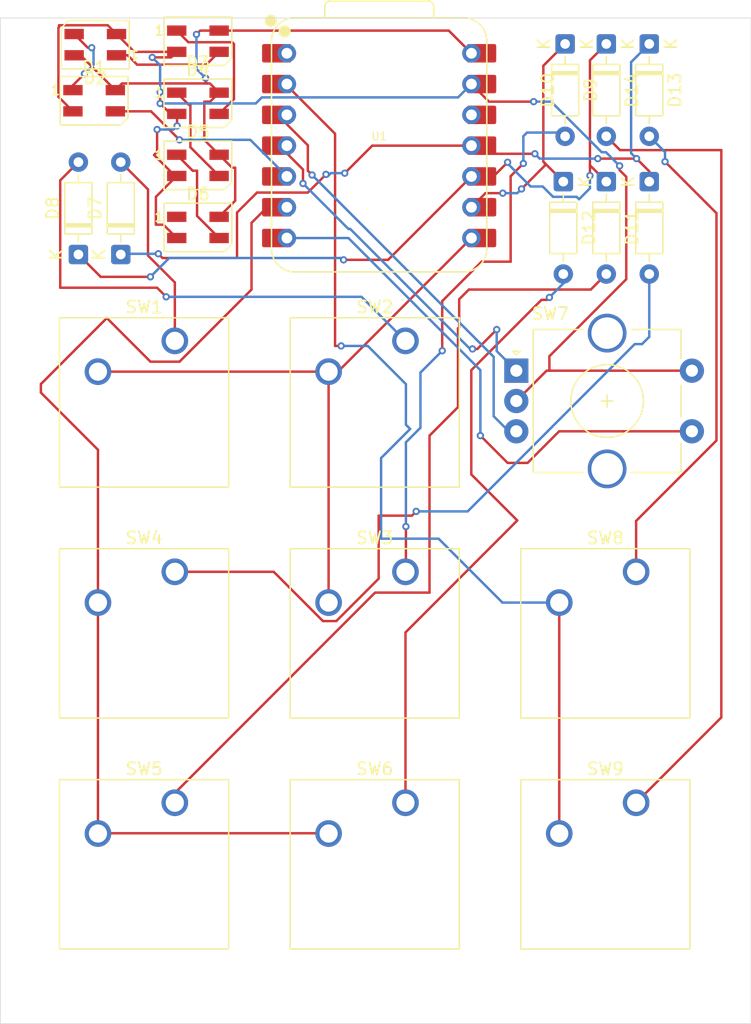
<source format=kicad_pcb>
(kicad_pcb (version 20241229) (generator "pcbnew") (generator_version "9.0")
  (layers (0 "F.Cu" signal) (2 "B.Cu" signal) (13 "F.Paste" user) (15 "B.Paste" user) (5 "F.SilkS" user "F.Silkscreen") (7 "B.SilkS" user "B.Silkscreen") (1 "F.Mask" user) (3 "B.Mask" user) (25 "Edge.Cuts" user))
  (net 0 "")
  (net 1 "+5V")
  (net 2 "GND")
  (net 3 "Net-(D1-DIN)")
  (net 4 "Net-(D1-DOUT)")
  (net 5 "Net-(D2-DOUT)")
  (net 6 "Net-(D3-DOUT)")
  (net 7 "Net-(D4-DOUT)")
  (net 8 "Net-(D5-DOUT)")
  (net 9 "Net-(U1-GPIO1{slash}RX)")
  (net 12 "Net-(D10-K)")
  (net 13 "Net-(D13-A)")
  (net 14 "Net-(D7-A)")
  (net 15 "Net-(D8-A)")
  (net 17 "Net-(D11-K)")
  (net 18 "Net-(D9-A)")
  (net 19 "Net-(D12-K)")
  (net 20 "Net-(D10-A)")
  (net 21 "Net-(D11-A)")
  (net 22 "Net-(D12-A)")
  (net 23 "Net-(U1-GPIO7{slash}SCL)")
  (net 24 "Net-(U1-GPIO29{slash}ADC3{slash}A3)")
  (net 25 "Net-(U1-GPIO28{slash}ADC2{slash}A2)")
  (net 26 "Net-(U1-GPIO0{slash}TX)")
  (net 27 "Net-(D14-A)")
  (net 28 "Net-(U1-GPIO27{slash}ADC1{slash}A1)")
  (footprint "LED_SMD:LED_SK6812MINI_PLCC4_3.5x3.5mm_P1.75mm" (layer "F.Cu") (at 71.1225 51.165)
    (property "Reference" "D3" (at 0.0275 1.785 0) (layer "F.SilkS"))
    (property "Value" "SK6812MINI")
    (fp_text user "1" (at -3.2 -0.875 0) (layer "F.SilkS") (effects (font (size 0.8 0.8))))
    (pad "1" smd rect (at -1.75 -0.875) (size 1.6 0.85) (layers "F.Cu" "F.Mask" "F.Paste") (net 6 "Net-(D3-DOUT)"))
    (pad "2" smd rect (at -1.75 0.875) (size 1.6 0.85) (layers "F.Cu" "F.Mask" "F.Paste") (net 2 "GND"))
    (pad "3" smd rect (at 1.75 0.875) (size 1.6 0.85) (layers "F.Cu" "F.Mask" "F.Paste") (net 5 "Net-(D2-DOUT)"))
    (pad "4" smd rect (at 1.75 -0.875) (size 1.6 0.85) (layers "F.Cu" "F.Mask" "F.Paste") (net 1 "+5V"))
  )
  (footprint "Button_Switch_Keyboard:SW_Cherry_MX_1.00u_PCB" (layer "F.Cu") (at 88.265 94.9325)
    (property "Reference" "SW3" (at -2.54 -2.794 0) (layer "F.SilkS"))
    (property "Value" "SW_Push")
    (pad "" np_thru_hole circle (at -7.62 5.08) (size 1.7 1.7) (drill 1.7) (layers "*.Cu" "*.Mask"))
    (pad "" np_thru_hole circle (at -2.54 5.08) (size 4 4) (drill 4) (layers "*.Cu" "*.Mask"))
    (pad "" np_thru_hole circle (at 2.54 5.08) (size 1.7 1.7) (drill 1.7) (layers "*.Cu" "*.Mask"))
    (pad "1" thru_hole circle (at 0 0) (size 2.2 2.2) (drill 1.5) (layers "*.Cu" "*.Mask") (net 18 "Net-(D9-A)"))
    (pad "2" thru_hole circle (at -6.35 2.54) (size 2.2 2.2) (drill 1.5) (layers "*.Cu" "*.Mask") (net 9 "Net-(U1-GPIO1{slash}RX)"))
  )
  (footprint "OPL:XIAO-RP2040-DIP" (layer "F.Cu") (at 86.09 59.78)
    (property "Reference" "U1" (at 0 -0.7685 0) (layer "F.SilkS") (effects (font (size 0.635 0.635) (thickness 0.1016))))
    (property "Value" "XIAO-RP2040-DIP")
    (pad "1" smd roundrect (at -8.455 -7.62 180) (size 2.432 1.524) (layers "F.Cu" "F.Mask") (roundrect_rratio 0.1))
    (pad "1" thru_hole circle (at -7.62 -7.62 180) (size 1.524 1.524) (drill 0.889) (layers "*.Cu" "*.Mask"))
    (pad "2" smd roundrect (at -8.455 -5.08 180) (size 2.432 1.524) (layers "F.Cu" "F.Mask") (roundrect_rratio 0.1) (net 28 "Net-(U1-GPIO27{slash}ADC1{slash}A1)"))
    (pad "2" thru_hole circle (at -7.62 -5.08 180) (size 1.524 1.524) (drill 0.889) (layers "*.Cu" "*.Mask") (net 28 "Net-(U1-GPIO27{slash}ADC1{slash}A1)"))
    (pad "3" smd roundrect (at -8.455 -2.54 180) (size 2.432 1.524) (layers "F.Cu" "F.Mask") (roundrect_rratio 0.1) (net 25 "Net-(U1-GPIO28{slash}ADC2{slash}A2)"))
    (pad "3" thru_hole circle (at -7.62 -2.54 180) (size 1.524 1.524) (drill 0.889) (layers "*.Cu" "*.Mask") (net 25 "Net-(U1-GPIO28{slash}ADC2{slash}A2)"))
    (pad "4" smd roundrect (at -8.455 0 180) (size 2.432 1.524) (layers "F.Cu" "F.Mask") (roundrect_rratio 0.1) (net 24 "Net-(U1-GPIO29{slash}ADC3{slash}A3)"))
    (pad "4" thru_hole circle (at -7.62 0 180) (size 1.524 1.524) (drill 0.889) (layers "*.Cu" "*.Mask") (net 24 "Net-(U1-GPIO29{slash}ADC3{slash}A3)"))
    (pad "5" smd roundrect (at -8.455 2.54 180) (size 2.432 1.524) (layers "F.Cu" "F.Mask") (roundrect_rratio 0.1) (net 3 "Net-(D1-DIN)"))
    (pad "5" thru_hole circle (at -7.62 2.54 180) (size 1.524 1.524) (drill 0.889) (layers "*.Cu" "*.Mask") (net 3 "Net-(D1-DIN)"))
    (pad "6" smd roundrect (at -8.455 5.08 180) (size 2.432 1.524) (layers "F.Cu" "F.Mask") (roundrect_rratio 0.1) (net 23 "Net-(U1-GPIO7{slash}SCL)"))
    (pad "6" thru_hole circle (at -7.62 5.08 180) (size 1.524 1.524) (drill 0.889) (layers "*.Cu" "*.Mask") (net 23 "Net-(U1-GPIO7{slash}SCL)"))
    (pad "7" smd roundrect (at -8.455 7.62 180) (size 2.432 1.524) (layers "F.Cu" "F.Mask") (roundrect_rratio 0.1) (net 26 "Net-(U1-GPIO0{slash}TX)"))
    (pad "7" thru_hole circle (at -7.62 7.62 180) (size 1.524 1.524) (drill 0.889) (layers "*.Cu" "*.Mask") (net 26 "Net-(U1-GPIO0{slash}TX)"))
    (pad "8" thru_hole circle (at 7.62 7.62) (size 1.524 1.524) (drill 0.889) (layers "*.Cu" "*.Mask") (net 9 "Net-(U1-GPIO1{slash}RX)"))
    (pad "8" smd roundrect (at 8.455 7.62) (size 2.432 1.524) (layers "F.Cu" "F.Mask") (roundrect_rratio 0.1) (net 9 "Net-(U1-GPIO1{slash}RX)"))
    (pad "9" thru_hole circle (at 7.62 5.08) (size 1.524 1.524) (drill 0.889) (layers "*.Cu" "*.Mask") (net 19 "Net-(D12-K)"))
    (pad "9" smd roundrect (at 8.455 5.08) (size 2.432 1.524) (layers "F.Cu" "F.Mask") (roundrect_rratio 0.1) (net 19 "Net-(D12-K)"))
    (pad "10" thru_hole circle (at 7.62 2.54) (size 1.524 1.524) (drill 0.889) (layers "*.Cu" "*.Mask") (net 17 "Net-(D11-K)"))
    (pad "10" smd roundrect (at 8.455 2.54) (size 2.432 1.524) (layers "F.Cu" "F.Mask") (roundrect_rratio 0.1) (net 17 "Net-(D11-K)"))
    (pad "11" thru_hole circle (at 7.62 0) (size 1.524 1.524) (drill 0.889) (layers "*.Cu" "*.Mask") (net 12 "Net-(D10-K)"))
    (pad "11" smd roundrect (at 8.455 0) (size 2.432 1.524) (layers "F.Cu" "F.Mask") (roundrect_rratio 0.1) (net 12 "Net-(D10-K)"))
    (pad "12" thru_hole circle (at 7.62 -2.54) (size 1.524 1.524) (drill 0.889) (layers "*.Cu" "*.Mask"))
    (pad "12" smd roundrect (at 8.455 -2.54) (size 2.432 1.524) (layers "F.Cu" "F.Mask") (roundrect_rratio 0.1))
    (pad "13" thru_hole circle (at 7.62 -5.08) (size 1.524 1.524) (drill 0.889) (layers "*.Cu" "*.Mask") (net 2 "GND"))
    (pad "13" smd roundrect (at 8.455 -5.08) (size 2.432 1.524) (layers "F.Cu" "F.Mask") (roundrect_rratio 0.1) (net 2 "GND"))
    (pad "14" thru_hole circle (at 7.62 -7.62) (size 1.524 1.524) (drill 0.889) (layers "*.Cu" "*.Mask") (net 1 "+5V"))
    (pad "14" smd roundrect (at 8.455 -7.62) (size 2.432 1.524) (layers "F.Cu" "F.Mask") (roundrect_rratio 0.1) (net 1 "+5V"))
  )
  (footprint "Diode_THT:D_DO-35_SOD27_P7.62mm_Horizontal" (layer "F.Cu") (at 101.3 62.75 -90)
    (property "Reference" "D12" (at 3.81 -2.12 90) (layer "F.SilkS"))
    (property "Value" "D")
    (fp_text user "K" (at 0 -1.8 90) (layer "F.SilkS"))
    (pad "1" thru_hole roundrect (at 0 0 270) (size 1.6 1.6) (drill 0.8) (layers "*.Cu" "*.Mask") (roundrect_rratio 0.15625) (net 19 "Net-(D12-K)"))
    (pad "2" thru_hole circle (at 7.62 0 270) (size 1.6 1.6) (drill 0.8) (layers "*.Cu" "*.Mask") (net 22 "Net-(D12-A)"))
  )
  (footprint "Diode_THT:D_DO-35_SOD27_P7.62mm_Horizontal" (layer "F.Cu") (at 64.75 68.76 90)
    (property "Reference" "D7" (at 3.81 -2.12 90) (layer "F.SilkS"))
    (property "Value" "D")
    (fp_text user "K" (at 0 -1.8 90) (layer "F.SilkS"))
    (pad "1" thru_hole roundrect (at 0 0 90) (size 1.6 1.6) (drill 0.8) (layers "*.Cu" "*.Mask") (roundrect_rratio 0.15625) (net 12 "Net-(D10-K)"))
    (pad "2" thru_hole circle (at 7.62 0 90) (size 1.6 1.6) (drill 0.8) (layers "*.Cu" "*.Mask") (net 14 "Net-(D7-A)"))
  )
  (footprint "Diode_THT:D_DO-35_SOD27_P7.62mm_Horizontal" (layer "F.Cu") (at 101.45 51.39 -90)
    (property "Reference" "D9" (at 3.81 -2.12 90) (layer "F.SilkS"))
    (property "Value" "D")
    (fp_text user "K" (at 0 -1.8 90) (layer "F.SilkS"))
    (pad "1" thru_hole roundrect (at 0 0 270) (size 1.6 1.6) (drill 0.8) (layers "*.Cu" "*.Mask") (roundrect_rratio 0.15625) (net 19 "Net-(D12-K)"))
    (pad "2" thru_hole circle (at 7.62 0 270) (size 1.6 1.6) (drill 0.8) (layers "*.Cu" "*.Mask") (net 18 "Net-(D9-A)"))
  )
  (footprint "LED_SMD:LED_SK6812MINI_PLCC4_3.5x3.5mm_P1.75mm" (layer "F.Cu") (at 71.1225 61.405)
    (property "Reference" "D5" (at 0 -2.75 0) (layer "F.SilkS"))
    (property "Value" "SK6812MINI")
    (fp_text user "1" (at -3.2 -0.875 0) (layer "F.SilkS") (effects (font (size 0.8 0.8))))
    (pad "1" smd rect (at -1.75 -0.875) (size 1.6 0.85) (layers "F.Cu" "F.Mask" "F.Paste") (net 8 "Net-(D5-DOUT)"))
    (pad "2" smd rect (at -1.75 0.875) (size 1.6 0.85) (layers "F.Cu" "F.Mask" "F.Paste") (net 2 "GND"))
    (pad "3" smd rect (at 1.75 0.875) (size 1.6 0.85) (layers "F.Cu" "F.Mask" "F.Paste") (net 7 "Net-(D4-DOUT)"))
    (pad "4" smd rect (at 1.75 -0.875) (size 1.6 0.85) (layers "F.Cu" "F.Mask" "F.Paste") (net 1 "+5V"))
  )
  (footprint "Button_Switch_Keyboard:SW_Cherry_MX_1.00u_PCB" (layer "F.Cu") (at 107.315 113.9825)
    (property "Reference" "SW9" (at -2.54 -2.794 0) (layer "F.SilkS"))
    (property "Value" "SW_Push")
    (pad "" np_thru_hole circle (at -7.62 5.08) (size 1.7 1.7) (drill 1.7) (layers "*.Cu" "*.Mask"))
    (pad "" np_thru_hole circle (at -2.54 5.08) (size 4 4) (drill 4) (layers "*.Cu" "*.Mask"))
    (pad "" np_thru_hole circle (at 2.54 5.08) (size 1.7 1.7) (drill 1.7) (layers "*.Cu" "*.Mask"))
    (pad "1" thru_hole circle (at 0 0) (size 2.2 2.2) (drill 1.5) (layers "*.Cu" "*.Mask") (net 27 "Net-(D14-A)"))
    (pad "2" thru_hole circle (at -6.35 2.54) (size 2.2 2.2) (drill 1.5) (layers "*.Cu" "*.Mask") (net 28 "Net-(U1-GPIO27{slash}ADC1{slash}A1)"))
  )
  (footprint "Diode_THT:D_DO-35_SOD27_P7.62mm_Horizontal" (layer "F.Cu") (at 108.4 51.39 -90)
    (property "Reference" "D13" (at 3.81 -2.12 90) (layer "F.SilkS"))
    (property "Value" "D")
    (fp_text user "K" (at 0 -1.8 90) (layer "F.SilkS"))
    (pad "1" thru_hole roundrect (at 0 0 270) (size 1.6 1.6) (drill 0.8) (layers "*.Cu" "*.Mask") (roundrect_rratio 0.15625) (net 12 "Net-(D10-K)"))
    (pad "2" thru_hole circle (at 7.62 0 270) (size 1.6 1.6) (drill 0.8) (layers "*.Cu" "*.Mask") (net 13 "Net-(D13-A)"))
  )
  (footprint "Button_Switch_Keyboard:SW_Cherry_MX_1.00u_PCB" (layer "F.Cu") (at 69.215 75.8825)
    (property "Reference" "SW1" (at -2.54 -2.794 0) (layer "F.SilkS"))
    (property "Value" "SW_Push")
    (pad "" np_thru_hole circle (at -7.62 5.08) (size 1.7 1.7) (drill 1.7) (layers "*.Cu" "*.Mask"))
    (pad "" np_thru_hole circle (at -2.54 5.08) (size 4 4) (drill 4) (layers "*.Cu" "*.Mask"))
    (pad "" np_thru_hole circle (at 2.54 5.08) (size 1.7 1.7) (drill 1.7) (layers "*.Cu" "*.Mask"))
    (pad "1" thru_hole circle (at 0 0) (size 2.2 2.2) (drill 1.5) (layers "*.Cu" "*.Mask") (net 14 "Net-(D7-A)"))
    (pad "2" thru_hole circle (at -6.35 2.54) (size 2.2 2.2) (drill 1.5) (layers "*.Cu" "*.Mask") (net 9 "Net-(U1-GPIO1{slash}RX)"))
  )
  (footprint "Button_Switch_Keyboard:SW_Cherry_MX_1.00u_PCB" (layer "F.Cu") (at 88.265 113.9825)
    (property "Reference" "SW6" (at -2.54 -2.794 0) (layer "F.SilkS"))
    (property "Value" "SW_Push")
    (pad "" np_thru_hole circle (at -7.62 5.08) (size 1.7 1.7) (drill 1.7) (layers "*.Cu" "*.Mask"))
    (pad "" np_thru_hole circle (at -2.54 5.08) (size 4 4) (drill 4) (layers "*.Cu" "*.Mask"))
    (pad "" np_thru_hole circle (at 2.54 5.08) (size 1.7 1.7) (drill 1.7) (layers "*.Cu" "*.Mask"))
    (pad "1" thru_hole circle (at 0 0) (size 2.2 2.2) (drill 1.5) (layers "*.Cu" "*.Mask") (net 22 "Net-(D12-A)"))
    (pad "2" thru_hole circle (at -6.35 2.54) (size 2.2 2.2) (drill 1.5) (layers "*.Cu" "*.Mask") (net 23 "Net-(U1-GPIO7{slash}SCL)"))
  )
  (footprint "Diode_THT:D_DO-35_SOD27_P7.62mm_Horizontal" (layer "F.Cu") (at 104.85 51.39 -90)
    (property "Reference" "D14" (at 3.81 -2.12 90) (layer "F.SilkS"))
    (property "Value" "D")
    (fp_text user "K" (at 0 -1.8 90) (layer "F.SilkS"))
    (pad "1" thru_hole roundrect (at 0 0 270) (size 1.6 1.6) (drill 0.8) (layers "*.Cu" "*.Mask") (roundrect_rratio 0.15625) (net 17 "Net-(D11-K)"))
    (pad "2" thru_hole circle (at 7.62 0 270) (size 1.6 1.6) (drill 0.8) (layers "*.Cu" "*.Mask") (net 27 "Net-(D14-A)"))
  )
  (footprint "Button_Switch_Keyboard:SW_Cherry_MX_1.00u_PCB" (layer "F.Cu") (at 69.215 94.9325)
    (property "Reference" "SW4" (at -2.54 -2.794 0) (layer "F.SilkS"))
    (property "Value" "SW_Push")
    (pad "" np_thru_hole circle (at -7.62 5.08) (size 1.7 1.7) (drill 1.7) (layers "*.Cu" "*.Mask"))
    (pad "" np_thru_hole circle (at -2.54 5.08) (size 4 4) (drill 4) (layers "*.Cu" "*.Mask"))
    (pad "" np_thru_hole circle (at 2.54 5.08) (size 1.7 1.7) (drill 1.7) (layers "*.Cu" "*.Mask"))
    (pad "1" thru_hole circle (at 0 0) (size 2.2 2.2) (drill 1.5) (layers "*.Cu" "*.Mask") (net 20 "Net-(D10-A)"))
    (pad "2" thru_hole circle (at -6.35 2.54) (size 2.2 2.2) (drill 1.5) (layers "*.Cu" "*.Mask") (net 23 "Net-(U1-GPIO7{slash}SCL)"))
  )
  (footprint "LED_SMD:LED_SK6812MINI_PLCC4_3.5x3.5mm_P1.75mm" (layer "F.Cu") (at 71.1225 66.525)
    (property "Reference" "D6" (at 0 -2.75 0) (layer "F.SilkS"))
    (property "Value" "SK6812MINI")
    (fp_text user "1" (at -3.2 -0.875 0) (layer "F.SilkS") (effects (font (size 0.8 0.8))))
    (pad "1" smd rect (at -1.75 -0.875) (size 1.6 0.85) (layers "F.Cu" "F.Mask" "F.Paste"))
    (pad "2" smd rect (at -1.75 0.875) (size 1.6 0.85) (layers "F.Cu" "F.Mask" "F.Paste") (net 2 "GND"))
    (pad "3" smd rect (at 1.75 0.875) (size 1.6 0.85) (layers "F.Cu" "F.Mask" "F.Paste") (net 8 "Net-(D5-DOUT)"))
    (pad "4" smd rect (at 1.75 -0.875) (size 1.6 0.85) (layers "F.Cu" "F.Mask" "F.Paste") (net 1 "+5V"))
  )
  (footprint "Button_Switch_Keyboard:SW_Cherry_MX_1.00u_PCB" (layer "F.Cu") (at 107.315 94.9325)
    (property "Reference" "SW8" (at -2.54 -2.794 0) (layer "F.SilkS"))
    (property "Value" "SW_Push")
    (pad "" np_thru_hole circle (at -7.62 5.08) (size 1.7 1.7) (drill 1.7) (layers "*.Cu" "*.Mask"))
    (pad "" np_thru_hole circle (at -2.54 5.08) (size 4 4) (drill 4) (layers "*.Cu" "*.Mask"))
    (pad "" np_thru_hole circle (at 2.54 5.08) (size 1.7 1.7) (drill 1.7) (layers "*.Cu" "*.Mask"))
    (pad "1" thru_hole circle (at 0 0) (size 2.2 2.2) (drill 1.5) (layers "*.Cu" "*.Mask") (net 13 "Net-(D13-A)"))
    (pad "2" thru_hole circle (at -6.35 2.54) (size 2.2 2.2) (drill 1.5) (layers "*.Cu" "*.Mask") (net 28 "Net-(U1-GPIO27{slash}ADC1{slash}A1)"))
  )
  (footprint "Diode_THT:D_DO-35_SOD27_P7.62mm_Horizontal" (layer "F.Cu") (at 108.4 62.75 -90)
    (property "Reference" "D10" (at -7.55 8.38 90) (layer "F.SilkS"))
    (property "Value" "D")
    (fp_text user "K" (at -11.36 8.7 90) (layer "F.SilkS"))
    (pad "1" thru_hole roundrect (at 0 0 270) (size 1.6 1.6) (drill 0.8) (layers "*.Cu" "*.Mask") (roundrect_rratio 0.15625) (net 12 "Net-(D10-K)"))
    (pad "2" thru_hole circle (at 7.62 0 270) (size 1.6 1.6) (drill 0.8) (layers "*.Cu" "*.Mask") (net 20 "Net-(D10-A)"))
  )
  (footprint "Diode_THT:D_DO-35_SOD27_P7.62mm_Horizontal" (layer "F.Cu") (at 61.25 68.76 90)
    (property "Reference" "D8" (at 3.81 -2.12 90) (layer "F.SilkS"))
    (property "Value" "D")
    (fp_text user "K" (at 0 -1.8 90) (layer "F.SilkS"))
    (pad "1" thru_hole roundrect (at 0 0 90) (size 1.6 1.6) (drill 0.8) (layers "*.Cu" "*.Mask") (roundrect_rratio 0.15625) (net 17 "Net-(D11-K)"))
    (pad "2" thru_hole circle (at 7.62 0 90) (size 1.6 1.6) (drill 0.8) (layers "*.Cu" "*.Mask") (net 15 "Net-(D8-A)"))
  )
  (footprint "LED_SMD:LED_SK6812MINI_PLCC4_3.5x3.5mm_P1.75mm" (layer "F.Cu") (at 62.55 56.075)
    (property "Reference" "D1" (at 0 -2.75 0) (layer "F.SilkS"))
    (property "Value" "SK6812MINI")
    (fp_text user "1" (at -3.2 -0.875 0) (layer "F.SilkS") (effects (font (size 0.8 0.8))))
    (pad "1" smd rect (at -1.75 -0.875) (size 1.6 0.85) (layers "F.Cu" "F.Mask" "F.Paste") (net 4 "Net-(D1-DOUT)"))
    (pad "2" smd rect (at -1.75 0.875) (size 1.6 0.85) (layers "F.Cu" "F.Mask" "F.Paste") (net 2 "GND"))
    (pad "3" smd rect (at 1.75 0.875) (size 1.6 0.85) (layers "F.Cu" "F.Mask" "F.Paste") (net 3 "Net-(D1-DIN)"))
    (pad "4" smd rect (at 1.75 -0.875) (size 1.6 0.85) (layers "F.Cu" "F.Mask" "F.Paste") (net 1 "+5V"))
  )
  (footprint "Button_Switch_Keyboard:SW_Cherry_MX_1.00u_PCB" (layer "F.Cu") (at 69.215 113.9825)
    (property "Reference" "SW5" (at -2.54 -2.794 0) (layer "F.SilkS"))
    (property "Value" "SW_Push")
    (pad "" np_thru_hole circle (at -7.62 5.08) (size 1.7 1.7) (drill 1.7) (layers "*.Cu" "*.Mask"))
    (pad "" np_thru_hole circle (at -2.54 5.08) (size 4 4) (drill 4) (layers "*.Cu" "*.Mask"))
    (pad "" np_thru_hole circle (at 2.54 5.08) (size 1.7 1.7) (drill 1.7) (layers "*.Cu" "*.Mask"))
    (pad "1" thru_hole circle (at 0 0) (size 2.2 2.2) (drill 1.5) (layers "*.Cu" "*.Mask") (net 21 "Net-(D11-A)"))
    (pad "2" thru_hole circle (at -6.35 2.54) (size 2.2 2.2) (drill 1.5) (layers "*.Cu" "*.Mask") (net 23 "Net-(U1-GPIO7{slash}SCL)"))
  )
  (footprint "Button_Switch_Keyboard:SW_Cherry_MX_1.00u_PCB" (layer "F.Cu") (at 88.265 75.8825)
    (property "Reference" "SW2" (at -2.54 -2.794 0) (layer "F.SilkS"))
    (property "Value" "SW_Push")
    (pad "" np_thru_hole circle (at -7.62 5.08) (size 1.7 1.7) (drill 1.7) (layers "*.Cu" "*.Mask"))
    (pad "" np_thru_hole circle (at -2.54 5.08) (size 4 4) (drill 4) (layers "*.Cu" "*.Mask"))
    (pad "" np_thru_hole circle (at 2.54 5.08) (size 1.7 1.7) (drill 1.7) (layers "*.Cu" "*.Mask"))
    (pad "1" thru_hole circle (at 0 0) (size 2.2 2.2) (drill 1.5) (layers "*.Cu" "*.Mask") (net 15 "Net-(D8-A)"))
    (pad "2" thru_hole circle (at -6.35 2.54) (size 2.2 2.2) (drill 1.5) (layers "*.Cu" "*.Mask") (net 9 "Net-(U1-GPIO1{slash}RX)"))
  )
  (footprint "LED_SMD:LED_SK6812MINI_PLCC4_3.5x3.5mm_P1.75mm" (layer "F.Cu") (at 62.65 51.45 180)
    (property "Reference" "D2" (at 0 -2.75 0) (layer "F.SilkS"))
    (property "Value" "SK6812MINI")
    (fp_text user "1" (at -3.2 -0.875 180) (layer "F.SilkS") (effects (font (size 0.8 0.8))))
    (pad "1" smd rect (at -1.75 -0.875 180) (size 1.6 0.85) (layers "F.Cu" "F.Mask" "F.Paste") (net 5 "Net-(D2-DOUT)"))
    (pad "2" smd rect (at -1.75 0.875 180) (size 1.6 0.85) (layers "F.Cu" "F.Mask" "F.Paste") (net 2 "GND"))
    (pad "3" smd rect (at 1.75 0.875 180) (size 1.6 0.85) (layers "F.Cu" "F.Mask" "F.Paste") (net 4 "Net-(D1-DOUT)"))
    (pad "4" smd rect (at 1.75 -0.875 180) (size 1.6 0.85) (layers "F.Cu" "F.Mask" "F.Paste") (net 1 "+5V"))
  )
  (footprint "LED_SMD:LED_SK6812MINI_PLCC4_3.5x3.5mm_P1.75mm" (layer "F.Cu") (at 71.1225 56.285)
    (property "Reference" "D4" (at 0 -2.75 0) (layer "F.SilkS"))
    (property "Value" "SK6812MINI")
    (fp_text user "1" (at -3.2 -0.875 0) (layer "F.SilkS") (effects (font (size 0.8 0.8))))
    (pad "1" smd rect (at -1.75 -0.875) (size 1.6 0.85) (layers "F.Cu" "F.Mask" "F.Paste") (net 7 "Net-(D4-DOUT)"))
    (pad "2" smd rect (at -1.75 0.875) (size 1.6 0.85) (layers "F.Cu" "F.Mask" "F.Paste") (net 2 "GND"))
    (pad "3" smd rect (at 1.75 0.875) (size 1.6 0.85) (layers "F.Cu" "F.Mask" "F.Paste") (net 6 "Net-(D3-DOUT)"))
    (pad "4" smd rect (at 1.75 -0.875) (size 1.6 0.85) (layers "F.Cu" "F.Mask" "F.Paste") (net 1 "+5V"))
  )
  (footprint "Diode_THT:D_DO-35_SOD27_P7.62mm_Horizontal" (layer "F.Cu") (at 104.85 62.75 -90)
    (property "Reference" "D11" (at 3.81 -2.12 90) (layer "F.SilkS"))
    (property "Value" "D")
    (fp_text user "K" (at 0 -1.8 90) (layer "F.SilkS"))
    (pad "1" thru_hole roundrect (at 0 0 270) (size 1.6 1.6) (drill 0.8) (layers "*.Cu" "*.Mask") (roundrect_rratio 0.15625) (net 17 "Net-(D11-K)"))
    (pad "2" thru_hole circle (at 7.62 0 270) (size 1.6 1.6) (drill 0.8) (layers "*.Cu" "*.Mask") (net 21 "Net-(D11-A)"))
  )
  (footprint "Rotary_Encoder:RotaryEncoder_Alps_EC11E-Switch_Vertical_H20mm_CircularMountingHoles" (layer "F.Cu") (at 97.41875 78.34375)
    (property "Reference" "SW7" (at 2.8 -4.7 0) (layer "F.SilkS"))
    (property "Value" "RotaryEncoder_Switch")
    (pad "A" thru_hole rect (at 0 0) (size 2 2) (drill 1) (layers "*.Cu" "*.Mask") (net 24 "Net-(U1-GPIO29{slash}ADC3{slash}A3)"))
    (pad "B" thru_hole circle (at 0 5) (size 2 2) (drill 1) (layers "*.Cu" "*.Mask") (net 25 "Net-(U1-GPIO28{slash}ADC2{slash}A2)"))
    (pad "C" thru_hole circle (at 0 2.5) (size 2 2) (drill 1) (layers "*.Cu" "*.Mask") (net 2 "GND"))
    (pad "MP" thru_hole circle (at 7.5 -3.1) (size 3.2 3.2) (drill 2.6) (layers "*.Cu" "*.Mask"))
    (pad "MP" thru_hole circle (at 7.5 8.1) (size 3.2 3.2) (drill 2.6) (layers "*.Cu" "*.Mask"))
    (pad "S1" thru_hole circle (at 14.5 5) (size 2 2) (drill 1) (layers "*.Cu" "*.Mask") (net 26 "Net-(U1-GPIO0{slash}TX)"))
    (pad "S2" thru_hole circle (at 14.5 0) (size 2 2) (drill 1) (layers "*.Cu" "*.Mask") (net 2 "GND"))
  )
  (gr_rect (start 54.8 49.25) (end 116.8 132.2) (stroke (width 0.05)) (fill no) (layer "Edge.Cuts"))
  (segment (start 71.75 54.5) (end 71.9 54.65) (width 0.2) (layer "F.Cu") (net 1))
  (segment (start 60.9 52.325) (end 61.425 52.325) (width 0.2) (layer "F.Cu") (net 1))
  (segment (start 71.65 56.15) (end 72.1325 56.15) (width 0.2) (layer "F.Cu") (net 1))
  (segment (start 74.2 64.3225) (end 74.2 61.6) (width 0.2) (layer "F.Cu") (net 1))
  (segment (start 74.2 61.6) (end 73.9425 61.6) (width 0.2) (layer "F.Cu") (net 1))
  (segment (start 72.8725 50.29) (end 71.31 50.29) (width 0.2) (layer "F.Cu") (net 1))
  (segment (start 61.425 52.325) (end 64.3 55.2) (width 0.2) (layer "F.Cu") (net 1))
  (segment (start 64.85 54.65) (end 64.3 55.2) (width 0.2) (layer "F.Cu") (net 1))
  (segment (start 72.8725 65.65) (end 74.2 64.3225) (width 0.2) (layer "F.Cu") (net 1))
  (segment (start 91.84 50.29) (end 93.71 52.16) (width 0.2) (layer "F.Cu") (net 1))
  (segment (start 72.8725 50.29) (end 91.84 50.29) (width 0.2) (layer "F.Cu") (net 1))
  (segment (start 71.9 54.65) (end 64.85 54.65) (width 0.2) (layer "F.Cu") (net 1))
  (segment (start 72.8725 55.41) (end 72.1125 54.65) (width 0.2) (layer "F.Cu") (net 1))
  (segment (start 72.1125 54.65) (end 71.9 54.65) (width 0.2) (layer "F.Cu") (net 1))
  (segment (start 71.75 54.2) (end 71.75 54.5) (width 0.2) (layer "F.Cu") (net 1))
  (segment (start 73.9425 61.6) (end 72.8725 60.53) (width 0.2) (layer "F.Cu") (net 1))
  (segment (start 71.31 50.29) (end 71 50.6) (width 0.2) (layer "F.Cu") (net 1))
  (segment (start 72.8725 60.53) (end 71.65 59.3075) (width 0.2) (layer "F.Cu") (net 1))
  (segment (start 72.1325 56.15) (end 72.8725 55.41) (width 0.2) (layer "F.Cu") (net 1))
  (segment (start 71.65 59.3075) (end 71.65 56.15) (width 0.2) (layer "F.Cu") (net 1))
  (via (at 71.75 54.2) (size 0.6) (drill 0.3) (layers "F.Cu" "B.Cu") (net 1))
  (via (at 71 50.6) (size 0.6) (drill 0.3) (layers "F.Cu" "B.Cu") (net 1))
  (segment (start 71 53.45) (end 71.75 54.2) (width 0.2) (layer "B.Cu") (net 1))
  (segment (start 71 50.6) (end 71 53.45) (width 0.2) (layer "B.Cu") (net 1))
  (segment (start 69.3725 62.28) (end 69.23 62.28) (width 0.2) (layer "F.Cu") (net 2))
  (segment (start 59.65 50) (end 59.65 49.85) (width 0.2) (layer "F.Cu") (net 2))
  (segment (start 60.8 56.95) (end 59.6 55.75) (width 0.2) (layer "F.Cu") (net 2))
  (segment (start 59.6 55.75) (end 59.6 50.05) (width 0.2) (layer "F.Cu") (net 2))
  (segment (start 68.2725 66.3) (end 67.65 66.3) (width 0.2) (layer "F.Cu") (net 2))
  (segment (start 69.3725 67.4) (end 68.2725 66.3) (width 0.2) (layer "F.Cu") (net 2))
  (segment (start 64.4 50.575) (end 65.865 52.04) (width 0.2) (layer "F.Cu") (net 2))
  (segment (start 68.9125 52.5) (end 69.3725 52.04) (width 0.2) (layer "F.Cu") (net 2))
  (segment (start 67.5 60.55) (end 67.75 60.3) (width 0.2) (layer "F.Cu") (net 2))
  (segment (start 111.91875 78.34375) (end 100.15 78.34375) (width 0.2) (layer "F.Cu") (net 2))
  (segment (start 68.86 57.16) (end 68 56.3) (width 0.2) (layer "F.Cu") (net 2))
  (segment (start 65.865 52.04) (end 69.3725 52.04) (width 0.2) (layer "F.Cu") (net 2))
  (segment (start 63.675 49.85) (end 64.4 50.575) (width 0.2) (layer "F.Cu") (net 2))
  (segment (start 69.23 62.28) (end 67.5 60.55) (width 0.2) (layer "F.Cu") (net 2))
  (segment (start 69.4 57.1875) (end 69.3725 57.16) (width 0.2) (layer "F.Cu") (net 2))
  (segment (start 67.65 66.3) (end 67.65 64.0025) (width 0.2) (layer "F.Cu") (net 2))
  (segment (start 100.15 78.34375) (end 100.15 77.15) (width 0.2) (layer "F.Cu") (net 2))
  (segment (start 67.75 60.3) (end 67.75 58.45) (width 0.2) (layer "F.Cu") (net 2))
  (segment (start 100.15 78.34375) (end 99.91875 78.34375) (width 0.2) (layer "F.Cu") (net 2))
  (segment (start 67.35 52.5) (end 68.9125 52.5) (width 0.2) (layer "F.Cu") (net 2))
  (segment (start 69.4 58.15) (end 69.4 57.1875) (width 0.2) (layer "F.Cu") (net 2))
  (segment (start 105.95 61.8) (end 105.95 61.45) (width 0.2) (layer "F.Cu") (net 2))
  (segment (start 106.5 65.15) (end 106.5 62.35) (width 0.2) (layer "F.Cu") (net 2))
  (segment (start 106.3 62.15) (end 105.95 61.8) (width 0.2) (layer "F.Cu") (net 2))
  (segment (start 67.65 64.0025) (end 69.3725 62.28) (width 0.2) (layer "F.Cu") (net 2))
  (segment (start 106.5 70.8) (end 106.5 65.15) (width 0.2) (layer "F.Cu") (net 2))
  (segment (start 59.65 49.85) (end 63.675 49.85) (width 0.2) (layer "F.Cu") (net 2))
  (segment (start 106.5 62.35) (end 106.3 62.15) (width 0.2) (layer "F.Cu") (net 2))
  (segment (start 59.6 50.05) (end 59.65 50) (width 0.2) (layer "F.Cu") (net 2))
  (segment (start 68 56.3) (end 68 55.35) (width 0.2) (layer "F.Cu") (net 2))
  (segment (start 69.3725 57.16) (end 68.86 57.16) (width 0.2) (layer "F.Cu") (net 2))
  (segment (start 99.91875 78.34375) (end 97.41875 80.84375) (width 0.2) (layer "F.Cu") (net 2))
  (segment (start 100.15 77.15) (end 106.5 70.8) (width 0.2) (layer "F.Cu") (net 2))
  (segment (start 98.85 56.15) (end 95.16 56.15) (width 0.2) (layer "F.Cu") (net 2))
  (segment (start 95.16 56.15) (end 93.71 54.7) (width 0.2) (layer "F.Cu") (net 2))
  (via (at 69.4 58.15) (size 0.6) (drill 0.3) (layers "F.Cu" "B.Cu") (net 2))
  (via (at 68 55.35) (size 0.6) (drill 0.3) (layers "F.Cu" "B.Cu") (net 2))
  (via (at 67.35 52.5) (size 0.6) (drill 0.3) (layers "F.Cu" "B.Cu") (net 2))
  (via (at 68 56.3) (size 0.6) (drill 0.3) (layers "F.Cu" "B.Cu") (net 2))
  (via (at 105.95 61.45) (size 0.6) (drill 0.3) (layers "F.Cu" "B.Cu") (net 2))
  (via (at 98.85 56.15) (size 0.6) (drill 0.3) (layers "F.Cu" "B.Cu") (net 2))
  (via (at 67.75 58.45) (size 0.6) (drill 0.3) (layers "F.Cu" "B.Cu") (net 2))
  (segment (start 69.1 58.45) (end 69.4 58.15) (width 0.2) (layer "B.Cu") (net 2))
  (segment (start 104.474265 60.325736) (end 100.298529 56.15) (width 0.2) (layer "B.Cu") (net 2))
  (segment (start 100.298529 56.15) (end 98.85 56.15) (width 0.2) (layer "B.Cu") (net 2))
  (segment (start 76.4 55.8) (end 92.61 55.8) (width 0.2) (layer "B.Cu") (net 2))
  (segment (start 92.61 55.8) (end 93.71 54.7) (width 0.2) (layer "B.Cu") (net 2))
  (segment (start 104.825736 60.325736) (end 104.474265 60.325736) (width 0.2) (layer "B.Cu") (net 2))
  (segment (start 105.95 61.45) (end 104.825736 60.325736) (width 0.2) (layer "B.Cu") (net 2))
  (segment (start 68 56.3) (end 75.9 56.3) (width 0.2) (layer "B.Cu") (net 2))
  (segment (start 75.9 56.3) (end 76.4 55.8) (width 0.2) (layer "B.Cu") (net 2))
  (segment (start 67.75 58.45) (end 69.1 58.45) (width 0.2) (layer "B.Cu") (net 2))
  (segment (start 68 53.15) (end 67.35 52.5) (width 0.2) (layer "B.Cu") (net 2))
  (segment (start 68 55.35) (end 68 53.15) (width 0.2) (layer "B.Cu") (net 2))
  (segment (start 67.25 56.95) (end 69.6 59.3) (width 0.2) (layer "F.Cu") (net 3))
  (segment (start 64.3 56.95) (end 67.25 56.95) (width 0.2) (layer "F.Cu") (net 3))
  (via (at 69.6 59.3) (size 0.6) (drill 0.3) (layers "F.Cu" "B.Cu") (net 3))
  (segment (start 75.45 59.3) (end 78.47 62.32) (width 0.2) (layer "B.Cu") (net 3))
  (segment (start 69.6 59.3) (end 75.45 59.3) (width 0.2) (layer "B.Cu") (net 3))
  (segment (start 60.8 54.8) (end 61.75 53.85) (width 0.2) (layer "F.Cu") (net 4))
  (segment (start 60.8 55.2) (end 60.8 54.8) (width 0.2) (layer "F.Cu") (net 4))
  (segment (start 62.025 51.7) (end 60.9 50.575) (width 0.2) (layer "F.Cu") (net 4))
  (segment (start 62.35 51.7) (end 62.025 51.7) (width 0.2) (layer "F.Cu") (net 4))
  (via (at 62.35 51.7) (size 0.6) (drill 0.3) (layers "F.Cu" "B.Cu") (net 4))
  (via (at 61.75 53.85) (size 0.6) (drill 0.3) (layers "F.Cu" "B.Cu") (net 4))
  (segment (start 61.75 53.85) (end 62.5 53.1) (width 0.2) (layer "B.Cu") (net 4))
  (segment (start 62.5 51.85) (end 62.35 51.7) (width 0.2) (layer "B.Cu") (net 4))
  (segment (start 62.5 53.1) (end 62.5 52.55) (width 0.2) (layer "B.Cu") (net 4))
  (segment (start 62.5 52.55) (end 62.5 51.85) (width 0.2) (layer "B.Cu") (net 4))
  (segment (start 64.4 52.325) (end 65.325 52.325) (width 0.2) (layer "F.Cu") (net 5))
  (segment (start 71.8125 53.1) (end 72.8725 52.04) (width 0.2) (layer "F.Cu") (net 5))
  (segment (start 66.1 53.1) (end 71.8125 53.1) (width 0.2) (layer "F.Cu") (net 5))
  (segment (start 65.325 52.325) (end 66.1 53.1) (width 0.2) (layer "F.Cu") (net 5))
  (segment (start 70.3325 51.25) (end 73.95 51.25) (width 0.2) (layer "F.Cu") (net 6))
  (segment (start 69.3725 50.29) (end 70.3325 51.25) (width 0.2) (layer "F.Cu") (net 6))
  (segment (start 74.1 51.4) (end 74.1 55.9325) (width 0.2) (layer "F.Cu") (net 6))
  (segment (start 74.1 55.9325) (end 72.8725 57.16) (width 0.2) (layer "F.Cu") (net 6))
  (segment (start 73.95 51.25) (end 74.1 51.4) (width 0.2) (layer "F.Cu") (net 6))
  (segment (start 72.8725 62.28) (end 70.5 59.9075) (width 0.2) (layer "F.Cu") (net 7))
  (segment (start 70.3625 56.4) (end 69.3725 55.41) (width 0.2) (layer "F.Cu") (net 7))
  (segment (start 70.5 56.4) (end 70.3625 56.4) (width 0.2) (layer "F.Cu") (net 7))
  (segment (start 70.5 59.9075) (end 70.5 56.4) (width 0.2) (layer "F.Cu") (net 7))
  (segment (start 70.6925 61.85) (end 71.05 61.85) (width 0.2) (layer "F.Cu") (net 8))
  (segment (start 69.3725 60.53) (end 70.6925 61.85) (width 0.2) (layer "F.Cu") (net 8))
  (segment (start 71.05 61.85) (end 71.05 65.5775) (width 0.2) (layer "F.Cu") (net 8))
  (segment (start 71.05 65.5775) (end 72.8725 67.4) (width 0.2) (layer "F.Cu") (net 8))
  (segment (start 81.915 78.4225) (end 81.915 97.4725) (width 0.2) (layer "F.Cu") (net 9))
  (segment (start 82.6875 78.4225) (end 93.71 67.4) (width 0.2) (layer "F.Cu") (net 9))
  (segment (start 62.865 78.4225) (end 81.915 78.4225) (width 0.2) (layer "F.Cu") (net 9))
  (segment (start 81.915 78.4225) (end 82.6875 78.4225) (width 0.2) (layer "F.Cu") (net 9))
  (segment (start 108.4 62.75) (end 108.4 61.9) (width 0.2) (layer "F.Cu") (net 12))
  (segment (start 68.2 69.05) (end 67.85 68.7) (width 0.2) (layer "F.Cu") (net 12))
  (segment (start 74.35 69.05) (end 68.2 69.05) (width 0.2) (layer "F.Cu") (net 12))
  (segment (start 80.2 63.65) (end 76 63.65) (width 0.2) (layer "F.Cu") (net 12))
  (segment (start 107.35 60.85) (end 104.15 60.85) (width 0.2) (layer "F.Cu") (net 12))
  (segment (start 108.4 61.9) (end 107.35 60.85) (width 0.2) (layer "F.Cu") (net 12))
  (segment (start 74.35 65.3) (end 74.35 69.05) (width 0.2) (layer "F.Cu") (net 12))
  (segment (start 94.38 60.45) (end 93.71 59.78) (width 0.2) (layer "F.Cu") (net 12))
  (segment (start 76 63.65) (end 74.35 65.3) (width 0.2) (layer "F.Cu") (net 12))
  (segment (start 93.71 59.78) (end 85.52 59.78) (width 0.2) (layer "F.Cu") (net 12))
  (segment (start 85.52 59.78) (end 83.25 62.05) (width 0.2) (layer "F.Cu") (net 12))
  (segment (start 98.95 60.45) (end 94.38 60.45) (width 0.2) (layer "F.Cu") (net 12))
  (segment (start 81.7 62.15) (end 80.2 63.65) (width 0.2) (layer "F.Cu") (net 12))
  (via (at 81.7 62.15) (size 0.6) (drill 0.3) (layers "F.Cu" "B.Cu") (net 12))
  (via (at 98.95 60.45) (size 0.6) (drill 0.3) (layers "F.Cu" "B.Cu") (net 12))
  (via (at 104.15 60.85) (size 0.6) (drill 0.3) (layers "F.Cu" "B.Cu") (net 12))
  (via (at 107.35 60.85) (size 0.6) (drill 0.3) (layers "F.Cu" "B.Cu") (net 12))
  (via (at 67.85 68.7) (size 0.6) (drill 0.3) (layers "F.Cu" "B.Cu") (net 12))
  (via (at 83.25 62.05) (size 0.6) (drill 0.3) (layers "F.Cu" "B.Cu") (net 12))
  (segment (start 106.9 52.89) (end 108.4 51.39) (width 0.2) (layer "B.Cu") (net 12))
  (segment (start 104.15 60.85) (end 99.35 60.85) (width 0.2) (layer "B.Cu") (net 12))
  (segment (start 64.81 68.7) (end 64.75 68.76) (width 0.2) (layer "B.Cu") (net 12))
  (segment (start 82.1 62.05) (end 81.85 62.3) (width 0.2) (layer "B.Cu") (net 12))
  (segment (start 67.85 68.7) (end 64.81 68.7) (width 0.2) (layer "B.Cu") (net 12))
  (segment (start 106.9 60.4) (end 106.9 52.89) (width 0.2) (layer "B.Cu") (net 12))
  (segment (start 81.85 62.3) (end 81.7 62.15) (width 0.2) (layer "B.Cu") (net 12))
  (segment (start 83.25 62.05) (end 82.1 62.05) (width 0.2) (layer "B.Cu") (net 12))
  (segment (start 99.35 60.85) (end 98.95 60.45) (width 0.2) (layer "B.Cu") (net 12))
  (segment (start 107.35 60.85) (end 106.9 60.4) (width 0.2) (layer "B.Cu") (net 12))
  (segment (start 107.315 94.9325) (end 107.315 90.735) (width 0.2) (layer "F.Cu") (net 13))
  (segment (start 113.95 84.1) (end 113.95 83.9) (width 0.2) (layer "F.Cu") (net 13))
  (segment (start 113.2 84.85) (end 113.95 84.1) (width 0.2) (layer "F.Cu") (net 13))
  (segment (start 107.315 90.735) (end 113.2 84.85) (width 0.2) (layer "F.Cu") (net 13))
  (segment (start 113.95 65.35) (end 109.7 61.1) (width 0.2) (layer "F.Cu") (net 13))
  (segment (start 113.95 83.9) (end 113.95 65.35) (width 0.2) (layer "F.Cu") (net 13))
  (via (at 109.7 61.1) (size 0.6) (drill 0.3) (layers "F.Cu" "B.Cu") (net 13))
  (segment (start 109.7 60.31) (end 108.4 59.01) (width 0.2) (layer "B.Cu") (net 13))
  (segment (start 109.7 61.1) (end 109.7 60.31) (width 0.2) (layer "B.Cu") (net 13))
  (segment (start 67 68.85) (end 67 63.39) (width 0.2) (layer "F.Cu") (net 14))
  (segment (start 69.215 75.8825) (end 69.215 71.065) (width 0.2) (layer "F.Cu") (net 14))
  (segment (start 67 63.39) (end 64.75 61.14) (width 0.2) (layer "F.Cu") (net 14))
  (segment (start 69.215 71.065) (end 67 68.85) (width 0.2) (layer "F.Cu") (net 14))
  (segment (start 67.75 71.5) (end 68.5 72.25) (width 0.2) (layer "F.Cu") (net 15))
  (segment (start 61.25 61.14) (end 59.75 62.64) (width 0.2) (layer "F.Cu") (net 15))
  (segment (start 59.75 71.5) (end 67.75 71.5) (width 0.2) (layer "F.Cu") (net 15))
  (segment (start 59.75 62.64) (end 59.75 71.5) (width 0.2) (layer "F.Cu") (net 15))
  (via (at 68.5 72.25) (size 0.6) (drill 0.3) (layers "F.Cu" "B.Cu") (net 15))
  (segment (start 68.5 72.25) (end 84.6325 72.25) (width 0.2) (layer "B.Cu") (net 15))
  (segment (start 84.6325 72.25) (end 88.265 75.8825) (width 0.2) (layer "B.Cu") (net 15))
  (segment (start 95.53 62.32) (end 96.7 61.15) (width 0.2) (layer "F.Cu") (net 17))
  (segment (start 103.5 52.74) (end 104.85 51.39) (width 0.2) (layer "F.Cu") (net 17))
  (segment (start 103.5 61.4) (end 103.5 52.74) (width 0.2) (layer "F.Cu") (net 17))
  (segment (start 103.5 62.25) (end 103.5 61.4) (width 0.2) (layer "F.Cu") (net 17))
  (segment (start 61.25 68.76) (end 63.09 70.6) (width 0.2) (layer "F.Cu") (net 17))
  (segment (start 86.83 69.2) (end 93.71 62.32) (width 0.2) (layer "F.Cu") (net 17))
  (segment (start 63.09 70.6) (end 67.2 70.6) (width 0.2) (layer "F.Cu") (net 17))
  (segment (start 93.71 62.32) (end 95.53 62.32) (width 0.2) (layer "F.Cu") (net 17))
  (segment (start 104.85 62.75) (end 103.5 61.4) (width 0.2) (layer "F.Cu") (net 17))
  (segment (start 83.15 69.2) (end 86.83 69.2) (width 0.2) (layer "F.Cu") (net 17))
  (via (at 67.2 70.6) (size 0.6) (drill 0.3) (layers "F.Cu" "B.Cu") (net 17))
  (via (at 96.7 61.15) (size 0.6) (drill 0.3) (layers "F.Cu" "B.Cu") (net 17))
  (via (at 103.5 62.25) (size 0.6) (drill 0.3) (layers "F.Cu" "B.Cu") (net 17))
  (via (at 83.15 69.2) (size 0.6) (drill 0.3) (layers "F.Cu" "B.Cu") (net 17))
  (segment (start 102.6 64.2) (end 103.5 63.3) (width 0.2) (layer "B.Cu") (net 17))
  (segment (start 83.15 69.05) (end 83.15 69.2) (width 0.2) (layer "B.Cu") (net 17))
  (segment (start 103.5 63.3) (end 103.5 62.25) (width 0.2) (layer "B.Cu") (net 17))
  (segment (start 102.4 64) (end 102.6 64.2) (width 0.2) (layer "B.Cu") (net 17))
  (segment (start 96.7 61.15) (end 96.7 61.25) (width 0.2) (layer "B.Cu") (net 17))
  (segment (start 100.45 64) (end 102.4 64) (width 0.2) (layer "B.Cu") (net 17))
  (segment (start 99.6 63.15) (end 100.45 64) (width 0.2) (layer "B.Cu") (net 17))
  (segment (start 98.6 63.15) (end 99.6 63.15) (width 0.2) (layer "B.Cu") (net 17))
  (segment (start 96.7 61.25) (end 98.6 63.15) (width 0.2) (layer "B.Cu") (net 17))
  (segment (start 67.2 70.6) (end 68.75 69.05) (width 0.2) (layer "B.Cu") (net 17))
  (segment (start 68.75 69.05) (end 83.15 69.05) (width 0.2) (layer "B.Cu") (net 17))
  (segment (start 88.3 94.8975) (end 88.3 91.2) (width 0.2) (layer "F.Cu") (net 18))
  (segment (start 91.3 72.6) (end 93.3 70.6) (width 0.2) (layer "F.Cu") (net 18))
  (segment (start 93.3 70.6) (end 94.55 69.35) (width 0.2) (layer "F.Cu") (net 18))
  (segment (start 91.3 76.7) (end 91.3 72.6) (width 0.2) (layer "F.Cu") (net 18))
  (segment (start 96.95 69.35) (end 96.95 62.3) (width 0.2) (layer "F.Cu") (net 18))
  (segment (start 96.95 62.3) (end 98 61.25) (width 0.2) (layer "F.Cu") (net 18))
  (segment (start 94.55 69.35) (end 96.95 69.35) (width 0.2) (layer "F.Cu") (net 18))
  (segment (start 88.265 94.9325) (end 88.3 94.8975) (width 0.2) (layer "F.Cu") (net 18))
  (via (at 98 61.25) (size 0.6) (drill 0.3) (layers "F.Cu" "B.Cu") (net 18))
  (via (at 91.3 76.7) (size 0.6) (drill 0.3) (layers "F.Cu" "B.Cu") (net 18))
  (via (at 88.3 91.2) (size 0.6) (drill 0.3) (layers "F.Cu" "B.Cu") (net 18))
  (segment (start 88.3 84.25) (end 89.5 83.05) (width 0.2) (layer "B.Cu") (net 18))
  (segment (start 101.14 58.7) (end 101.45 59.01) (width 0.2) (layer "B.Cu") (net 18))
  (segment (start 98.3 58.7) (end 101.14 58.7) (width 0.2) (layer "B.Cu") (net 18))
  (segment (start 89.5 83.05) (end 89.5 78.5) (width 0.2) (layer "B.Cu") (net 18))
  (segment (start 89.5 78.5) (end 91.3 76.7) (width 0.2) (layer "B.Cu") (net 18))
  (segment (start 98 59) (end 98.3 58.7) (width 0.2) (layer "B.Cu") (net 18))
  (segment (start 98 61.25) (end 98 59) (width 0.2) (layer "B.Cu") (net 18))
  (segment (start 88.3 91.2) (end 88.3 84.25) (width 0.2) (layer "B.Cu") (net 18))
  (segment (start 94.87 63.7) (end 96.3 63.7) (width 0.2) (layer "F.Cu") (net 19))
  (segment (start 101.45 51.39) (end 99.65 53.19) (width 0.2) (layer "F.Cu") (net 19))
  (segment (start 93.71 64.86) (end 94.87 63.7) (width 0.2) (layer "F.Cu") (net 19))
  (segment (start 99.775 61.225) (end 101.3 62.75) (width 0.2) (layer "F.Cu") (net 19))
  (segment (start 97.85 63.35) (end 99.775 61.425) (width 0.2) (layer "F.Cu") (net 19))
  (segment (start 99.65 53.19) (end 99.65 61.1) (width 0.2) (layer "F.Cu") (net 19))
  (segment (start 99.65 61.1) (end 99.775 61.225) (width 0.2) (layer "F.Cu") (net 19))
  (segment (start 99.775 61.425) (end 99.775 61.225) (width 0.2) (layer "F.Cu") (net 19))
  (via (at 97.85 63.35) (size 0.6) (drill 0.3) (layers "F.Cu" "B.Cu") (net 19))
  (via (at 96.3 63.7) (size 0.6) (drill 0.3) (layers "F.Cu" "B.Cu") (net 19))
  (segment (start 97.5 63.7) (end 97.85 63.35) (width 0.2) (layer "B.Cu") (net 19))
  (segment (start 96.3 63.7) (end 97.5 63.7) (width 0.2) (layer "B.Cu") (net 19))
  (segment (start 83.4 98.15) (end 86.05 95.5) (width 0.2) (layer "F.Cu") (net 20))
  (segment (start 77.3825 94.9325) (end 81.45 99) (width 0.2) (layer "F.Cu") (net 20))
  (segment (start 69.215 94.9325) (end 77.3825 94.9325) (width 0.2) (layer "F.Cu") (net 20))
  (segment (start 81.45 99) (end 82.55 99) (width 0.2) (layer "F.Cu") (net 20))
  (segment (start 86.05 90.3) (end 88.8 90.3) (width 0.2) (layer "F.Cu") (net 20))
  (segment (start 88.8 90.3) (end 89.15 89.95) (width 0.2) (layer "F.Cu") (net 20))
  (segment (start 86.05 95.5) (end 86.05 90.3) (width 0.2) (layer "F.Cu") (net 20))
  (segment (start 82.55 99) (end 83.4 98.15) (width 0.2) (layer "F.Cu") (net 20))
  (via (at 89.15 89.95) (size 0.6) (drill 0.3) (layers "F.Cu" "B.Cu") (net 20))
  (segment (start 89.15 89.95) (end 93.4 89.95) (width 0.2) (layer "B.Cu") (net 20))
  (segment (start 108.4 75.55) (end 108.4 70.37) (width 0.2) (layer "B.Cu") (net 20))
  (segment (start 107.2 76.15) (end 107.8 76.15) (width 0.2) (layer "B.Cu") (net 20))
  (segment (start 107.8 76.15) (end 108.4 75.55) (width 0.2) (layer "B.Cu") (net 20))
  (segment (start 93.4 89.95) (end 107.2 76.15) (width 0.2) (layer "B.Cu") (net 20))
  (segment (start 69.215 113.185) (end 85.75 96.65) (width 0.2) (layer "F.Cu") (net 21))
  (segment (start 103.57 71.65) (end 104.85 70.37) (width 0.2) (layer "F.Cu") (net 21))
  (segment (start 93.5 71.65) (end 103.57 71.65) (width 0.2) (layer "F.Cu") (net 21))
  (segment (start 69.215 113.9825) (end 69.215 113.185) (width 0.2) (layer "F.Cu") (net 21))
  (segment (start 92.6 81.35) (end 92.6 74.85) (width 0.2) (layer "F.Cu") (net 21))
  (segment (start 90.25 96.65) (end 90.25 83.7) (width 0.2) (layer "F.Cu") (net 21))
  (segment (start 85.75 96.65) (end 90.25 96.65) (width 0.2) (layer "F.Cu") (net 21))
  (segment (start 92.6 74.85) (end 92.7 74.75) (width 0.2) (layer "F.Cu") (net 21))
  (segment (start 90.25 83.7) (end 92.6 81.35) (width 0.2) (layer "F.Cu") (net 21))
  (segment (start 92.7 74.75) (end 92.7 72.45) (width 0.2) (layer "F.Cu") (net 21))
  (segment (start 92.7 72.45) (end 93.5 71.65) (width 0.2) (layer "F.Cu") (net 21))
  (segment (start 99.5 72.5) (end 99.95 72.5) (width 0.2) (layer "F.Cu") (net 22))
  (segment (start 93.7 86.9) (end 93.7 81.65) (width 0.2) (layer "F.Cu") (net 22))
  (segment (start 97.5 90.7) (end 93.7 86.9) (width 0.2) (layer "F.Cu") (net 22))
  (segment (start 88.265 99.935) (end 97.5 90.7) (width 0.2) (layer "F.Cu") (net 22))
  (segment (start 93.7 81.65) (end 93.7 78.3) (width 0.2) (layer "F.Cu") (net 22))
  (segment (start 99.95 72.5) (end 100.15 72.3) (width 0.2) (layer "F.Cu") (net 22))
  (segment (start 88.265 113.9825) (end 88.265 99.935) (width 0.2) (layer "F.Cu") (net 22))
  (segment (start 93.7 78.3) (end 99.5 72.5) (width 0.2) (layer "F.Cu") (net 22))
  (via (at 100.15 72.3) (size 0.6) (drill 0.3) (layers "F.Cu" "B.Cu") (net 22))
  (segment (start 101.3 71.15) (end 101.3 70.37) (width 0.2) (layer "B.Cu") (net 22))
  (segment (start 100.15 72.3) (end 101.3 71.15) (width 0.2) (layer "B.Cu") (net 22))
  (segment (start 75.55 71.65) (end 75.55 66.15) (width 0.2) (layer "F.Cu") (net 23))
  (segment (start 62.865 84.865) (end 58.15 80.15) (width 0.2) (layer "F.Cu") (net 23))
  (segment (start 58.15 79.45) (end 63.6 74) (width 0.2) (layer "F.Cu") (net 23))
  (segment (start 62.9 116.5) (end 81.8925 116.5) (width 0.2) (layer "F.Cu") (net 23))
  (segment (start 62.8775 116.5225) (end 62.9 116.5) (width 0.2) (layer "F.Cu") (net 23))
  (segment (start 62.865 116.5225) (end 62.865 97.4725) (width 0.2) (layer "F.Cu") (net 23))
  (segment (start 76.84 64.86) (end 78.47 64.86) (width 0.2) (layer "F.Cu") (net 23))
  (segment (start 81.8925 116.5) (end 81.915 116.5225) (width 0.2) (layer "F.Cu") (net 23))
  (segment (start 67.2 77.6) (end 69.6 77.6) (width 0.2) (layer "F.Cu") (net 23))
  (segment (start 75.55 66.15) (end 76.84 64.86) (width 0.2) (layer "F.Cu") (net 23))
  (segment (start 69.6 77.6) (end 75.55 71.65) (width 0.2) (layer "F.Cu") (net 23))
  (segment (start 62.865 97.4725) (end 62.865 84.865) (width 0.2) (layer "F.Cu") (net 23))
  (segment (start 63.6 74) (end 67.2 77.6) (width 0.2) (layer "F.Cu") (net 23))
  (segment (start 58.15 80.15) (end 58.15 79.45) (width 0.2) (layer "F.Cu") (net 23))
  (segment (start 62.865 116.5225) (end 62.8775 116.5225) (width 0.2) (layer "F.Cu") (net 23))
  (segment (start 94.2 76.55) (end 95.45 75.3) (width 0.2) (layer "F.Cu") (net 24))
  (segment (start 79.4 61.35) (end 79.8 61.75) (width 0.2) (layer "F.Cu") (net 24))
  (segment (start 78.47 60.42) (end 79.4 61.35) (width 0.2) (layer "F.Cu") (net 24))
  (segment (start 78.47 59.78) (end 78.47 60.42) (width 0.2) (layer "F.Cu") (net 24))
  (segment (start 93.8 76.55) (end 94.2 76.55) (width 0.2) (layer "F.Cu") (net 24))
  (segment (start 95.45 75.3) (end 95.8 74.95) (width 0.2) (layer "F.Cu") (net 24))
  (segment (start 79.8 61.75) (end 79.8 62.9) (width 0.2) (layer "F.Cu") (net 24))
  (via (at 79.8 62.9) (size 0.6) (drill 0.3) (layers "F.Cu" "B.Cu") (net 24))
  (via (at 93.8 76.55) (size 0.6) (drill 0.3) (layers "F.Cu" "B.Cu") (net 24))
  (via (at 95.8 74.95) (size 0.6) (drill 0.3) (layers "F.Cu" "B.Cu") (net 24))
  (segment (start 83.7 66.65) (end 93.6 76.55) (width 0.2) (layer "B.Cu") (net 24))
  (segment (start 79.8 62.9) (end 83.55 66.65) (width 0.2) (layer "B.Cu") (net 24))
  (segment (start 83.55 66.65) (end 83.7 66.65) (width 0.2) (layer "B.Cu") (net 24))
  (segment (start 95.8 74.95) (end 95.8 76.725) (width 0.2) (layer "B.Cu") (net 24))
  (segment (start 93.6 76.55) (end 93.8 76.55) (width 0.2) (layer "B.Cu") (net 24))
  (segment (start 95.8 76.725) (end 97.41875 78.34375) (width 0.2) (layer "B.Cu") (net 24))
  (segment (start 80.2 61.85) (end 80.55 62.2) (width 0.2) (layer "F.Cu") (net 25))
  (segment (start 78.47 57.24) (end 78.47 58.02) (width 0.2) (layer "F.Cu") (net 25))
  (segment (start 80.2 59.75) (end 80.2 61.85) (width 0.2) (layer "F.Cu") (net 25))
  (segment (start 78.47 58.02) (end 80.2 59.75) (width 0.2) (layer "F.Cu") (net 25))
  (via (at 80.55 62.2) (size 0.6) (drill 0.3) (layers "F.Cu" "B.Cu") (net 25))
  (segment (start 95.55 77.2) (end 95.55 82.1) (width 0.2) (layer "B.Cu") (net 25))
  (segment (start 95.55 82.1) (end 96.79375 83.34375) (width 0.2) (layer "B.Cu") (net 25))
  (segment (start 80.55 62.2) (end 95.55 77.2) (width 0.2) (layer "B.Cu") (net 25))
  (segment (start 96.79375 83.34375) (end 97.41875 83.34375) (width 0.2) (layer "B.Cu") (net 25))
  (segment (start 98.35 85.95) (end 96.7 85.95) (width 0.2) (layer "F.Cu") (net 26))
  (segment (start 111.91875 83.34375) (end 100.95625 83.34375) (width 0.2) (layer "F.Cu") (net 26))
  (segment (start 96.7 85.95) (end 94.45 83.7) (width 0.2) (layer "F.Cu") (net 26))
  (segment (start 100.95625 83.34375) (end 98.35 85.95) (width 0.2) (layer "F.Cu") (net 26))
  (via (at 94.45 83.7) (size 0.6) (drill 0.3) (layers "F.Cu" "B.Cu") (net 26))
  (segment (start 94.45 78.3) (end 83.55 67.4) (width 0.2) (layer "B.Cu") (net 26))
  (segment (start 94.45 83.7) (end 94.45 78.3) (width 0.2) (layer "B.Cu") (net 26))
  (segment (start 83.55 67.4) (end 78.47 67.4) (width 0.2) (layer "B.Cu") (net 26))
  (segment (start 114.35 106.9475) (end 114.35 60.15) (width 0.2) (layer "F.Cu") (net 27))
  (segment (start 114.35 60.15) (end 105.99 60.15) (width 0.2) (layer "F.Cu") (net 27))
  (segment (start 107.315 113.9825) (end 114.35 106.9475) (width 0.2) (layer "F.Cu") (net 27))
  (segment (start 105.99 60.15) (end 104.85 59.01) (width 0.2) (layer "F.Cu") (net 27))
  (segment (start 100.965 116.5225) (end 100.965 97.4725) (width 0.2) (layer "F.Cu") (net 28))
  (segment (start 78.47 54.82) (end 79.95 56.3) (width 0.2) (layer "F.Cu") (net 28))
  (segment (start 82.45 58.8) (end 82.45 76.3) (width 0.2) (layer "F.Cu") (net 28))
  (segment (start 78.47 54.7) (end 78.47 54.82) (width 0.2) (layer "F.Cu") (net 28))
  (segment (start 79.95 56.3) (end 82.45 58.8) (width 0.2) (layer "F.Cu") (net 28))
  (segment (start 82.45 76.3) (end 82.95 76.3) (width 0.2) (layer "F.Cu") (net 28))
  (via (at 82.95 76.3) (size 0.6) (drill 0.3) (layers "F.Cu" "B.Cu") (net 28))
  (segment (start 88.65 83.15) (end 86.25 85.55) (width 0.2) (layer "B.Cu") (net 28))
  (segment (start 91 92.2) (end 96.2725 97.4725) (width 0.2) (layer "B.Cu") (net 28))
  (segment (start 88.3 79.45) (end 88.3 82.8) (width 0.2) (layer "B.Cu") (net 28))
  (segment (start 96.2725 97.4725) (end 100.965 97.4725) (width 0.2) (layer "B.Cu") (net 28))
  (segment (start 82.95 76.3) (end 85.15 76.3) (width 0.2) (layer "B.Cu") (net 28))
  (segment (start 88.3 82.8) (end 88.65 83.15) (width 0.2) (layer "B.Cu") (net 28))
  (segment (start 85.15 76.3) (end 88.3 79.45) (width 0.2) (layer "B.Cu") (net 28))
  (segment (start 86.25 85.55) (end 86.25 92.2) (width 0.2) (layer "B.Cu") (net 28))
  (segment (start 86.25 92.2) (end 91 92.2) (width 0.2) (layer "B.Cu") (net 28))
)
</source>
